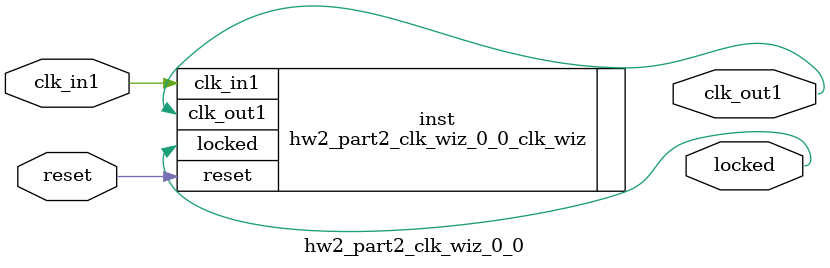
<source format=v>


`timescale 1ps/1ps

(* CORE_GENERATION_INFO = "hw2_part2_clk_wiz_0_0,clk_wiz_v6_0_11_0_0,{component_name=hw2_part2_clk_wiz_0_0,use_phase_alignment=true,use_min_o_jitter=false,use_max_i_jitter=false,use_dyn_phase_shift=false,use_inclk_switchover=false,use_dyn_reconfig=false,enable_axi=0,feedback_source=FDBK_AUTO,PRIMITIVE=MMCM,num_out_clk=1,clkin1_period=10.000,clkin2_period=10.000,use_power_down=false,use_reset=true,use_locked=true,use_inclk_stopped=false,feedback_type=SINGLE,CLOCK_MGR_TYPE=NA,manual_override=false}" *)

module hw2_part2_clk_wiz_0_0 
 (
  // Clock out ports
  output        clk_out1,
  // Status and control signals
  input         reset,
  output        locked,
 // Clock in ports
  input         clk_in1
 );

  hw2_part2_clk_wiz_0_0_clk_wiz inst
  (
  // Clock out ports  
  .clk_out1(clk_out1),
  // Status and control signals               
  .reset(reset), 
  .locked(locked),
 // Clock in ports
  .clk_in1(clk_in1)
  );

endmodule

</source>
